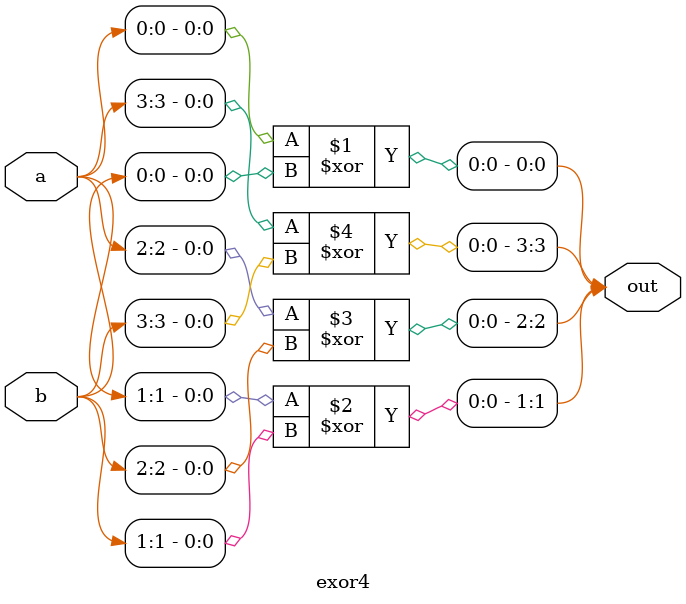
<source format=v>
`timescale 1ns / 1ps


module exor4(
    input [3:0] a,
    input [3:0] b,
    output [3:0] out
    );
    xor xor0 (out[0],a[0],b[0]);
    xor xor1 (out[1],a[1],b[1]);
    xor xor2 (out[2],a[2],b[2]);
    xor xor3 (out[3],a[3],b[3]);
    
endmodule

</source>
